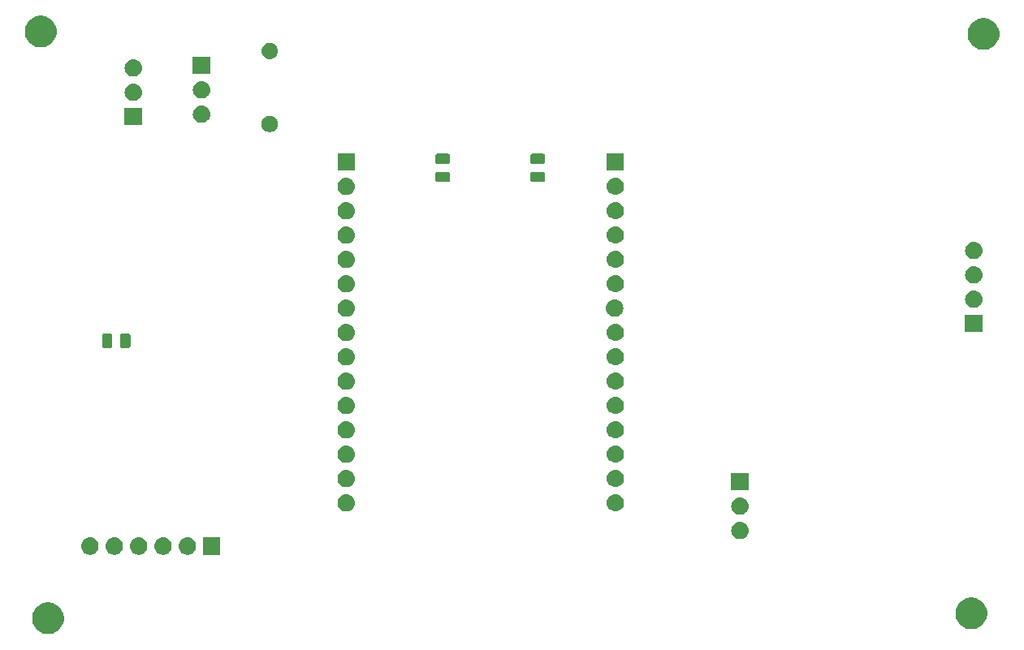
<source format=gbr>
G04 #@! TF.GenerationSoftware,KiCad,Pcbnew,(5.1.2)-2*
G04 #@! TF.CreationDate,2019-07-02T12:48:51+07:00*
G04 #@! TF.ProjectId,weather,77656174-6865-4722-9e6b-696361645f70,rev?*
G04 #@! TF.SameCoordinates,Original*
G04 #@! TF.FileFunction,Soldermask,Bot*
G04 #@! TF.FilePolarity,Negative*
%FSLAX46Y46*%
G04 Gerber Fmt 4.6, Leading zero omitted, Abs format (unit mm)*
G04 Created by KiCad (PCBNEW (5.1.2)-2) date 2019-07-02 12:48:51*
%MOMM*%
%LPD*%
G04 APERTURE LIST*
%ADD10C,0.100000*%
G04 APERTURE END LIST*
D10*
G36*
X69209256Y-119041298D02*
G01*
X69315579Y-119062447D01*
X69616042Y-119186903D01*
X69886451Y-119367585D01*
X70116415Y-119597549D01*
X70297097Y-119867958D01*
X70297098Y-119867960D01*
X70421553Y-120168422D01*
X70448643Y-120304609D01*
X70485000Y-120487391D01*
X70485000Y-120812609D01*
X70421553Y-121131579D01*
X70297097Y-121432042D01*
X70116415Y-121702451D01*
X69886451Y-121932415D01*
X69616042Y-122113097D01*
X69315579Y-122237553D01*
X69209256Y-122258702D01*
X68996611Y-122301000D01*
X68671389Y-122301000D01*
X68458744Y-122258702D01*
X68352421Y-122237553D01*
X68051958Y-122113097D01*
X67781549Y-121932415D01*
X67551585Y-121702451D01*
X67370903Y-121432042D01*
X67246447Y-121131579D01*
X67183000Y-120812609D01*
X67183000Y-120487391D01*
X67219358Y-120304609D01*
X67246447Y-120168422D01*
X67370902Y-119867960D01*
X67370903Y-119867958D01*
X67551585Y-119597549D01*
X67781549Y-119367585D01*
X68051958Y-119186903D01*
X68352421Y-119062447D01*
X68458744Y-119041298D01*
X68671389Y-118999000D01*
X68996611Y-118999000D01*
X69209256Y-119041298D01*
X69209256Y-119041298D01*
G37*
G36*
X165475256Y-118533298D02*
G01*
X165581579Y-118554447D01*
X165882042Y-118678903D01*
X166152451Y-118859585D01*
X166382415Y-119089549D01*
X166563097Y-119359958D01*
X166661511Y-119597549D01*
X166687553Y-119660422D01*
X166751000Y-119979389D01*
X166751000Y-120304611D01*
X166708702Y-120517256D01*
X166687553Y-120623579D01*
X166563097Y-120924042D01*
X166382415Y-121194451D01*
X166152451Y-121424415D01*
X165882042Y-121605097D01*
X165581579Y-121729553D01*
X165475256Y-121750702D01*
X165262611Y-121793000D01*
X164937389Y-121793000D01*
X164724744Y-121750702D01*
X164618421Y-121729553D01*
X164317958Y-121605097D01*
X164047549Y-121424415D01*
X163817585Y-121194451D01*
X163636903Y-120924042D01*
X163512447Y-120623579D01*
X163491298Y-120517256D01*
X163449000Y-120304611D01*
X163449000Y-119979389D01*
X163512447Y-119660422D01*
X163538490Y-119597549D01*
X163636903Y-119359958D01*
X163817585Y-119089549D01*
X164047549Y-118859585D01*
X164317958Y-118678903D01*
X164618421Y-118554447D01*
X164724744Y-118533298D01*
X164937389Y-118491000D01*
X165262611Y-118491000D01*
X165475256Y-118533298D01*
X165475256Y-118533298D01*
G37*
G36*
X80932442Y-112232566D02*
G01*
X80998627Y-112239085D01*
X81168466Y-112290605D01*
X81324991Y-112374270D01*
X81348987Y-112393963D01*
X81462186Y-112486862D01*
X81545448Y-112588319D01*
X81574778Y-112624057D01*
X81658443Y-112780582D01*
X81709963Y-112950421D01*
X81727359Y-113127048D01*
X81709963Y-113303675D01*
X81658443Y-113473514D01*
X81574778Y-113630039D01*
X81545448Y-113665777D01*
X81462186Y-113767234D01*
X81360729Y-113850496D01*
X81324991Y-113879826D01*
X81168466Y-113963491D01*
X80998627Y-114015011D01*
X80932442Y-114021530D01*
X80866260Y-114028048D01*
X80777740Y-114028048D01*
X80711558Y-114021530D01*
X80645373Y-114015011D01*
X80475534Y-113963491D01*
X80319009Y-113879826D01*
X80283271Y-113850496D01*
X80181814Y-113767234D01*
X80098552Y-113665777D01*
X80069222Y-113630039D01*
X79985557Y-113473514D01*
X79934037Y-113303675D01*
X79916641Y-113127048D01*
X79934037Y-112950421D01*
X79985557Y-112780582D01*
X80069222Y-112624057D01*
X80098552Y-112588319D01*
X80181814Y-112486862D01*
X80295013Y-112393963D01*
X80319009Y-112374270D01*
X80475534Y-112290605D01*
X80645373Y-112239085D01*
X80711558Y-112232566D01*
X80777740Y-112226048D01*
X80866260Y-112226048D01*
X80932442Y-112232566D01*
X80932442Y-112232566D01*
G37*
G36*
X83472442Y-112232566D02*
G01*
X83538627Y-112239085D01*
X83708466Y-112290605D01*
X83864991Y-112374270D01*
X83888987Y-112393963D01*
X84002186Y-112486862D01*
X84085448Y-112588319D01*
X84114778Y-112624057D01*
X84198443Y-112780582D01*
X84249963Y-112950421D01*
X84267359Y-113127048D01*
X84249963Y-113303675D01*
X84198443Y-113473514D01*
X84114778Y-113630039D01*
X84085448Y-113665777D01*
X84002186Y-113767234D01*
X83900729Y-113850496D01*
X83864991Y-113879826D01*
X83708466Y-113963491D01*
X83538627Y-114015011D01*
X83472442Y-114021530D01*
X83406260Y-114028048D01*
X83317740Y-114028048D01*
X83251558Y-114021530D01*
X83185373Y-114015011D01*
X83015534Y-113963491D01*
X82859009Y-113879826D01*
X82823271Y-113850496D01*
X82721814Y-113767234D01*
X82638552Y-113665777D01*
X82609222Y-113630039D01*
X82525557Y-113473514D01*
X82474037Y-113303675D01*
X82456641Y-113127048D01*
X82474037Y-112950421D01*
X82525557Y-112780582D01*
X82609222Y-112624057D01*
X82638552Y-112588319D01*
X82721814Y-112486862D01*
X82835013Y-112393963D01*
X82859009Y-112374270D01*
X83015534Y-112290605D01*
X83185373Y-112239085D01*
X83251558Y-112232566D01*
X83317740Y-112226048D01*
X83406260Y-112226048D01*
X83472442Y-112232566D01*
X83472442Y-112232566D01*
G37*
G36*
X73312442Y-112232566D02*
G01*
X73378627Y-112239085D01*
X73548466Y-112290605D01*
X73704991Y-112374270D01*
X73728987Y-112393963D01*
X73842186Y-112486862D01*
X73925448Y-112588319D01*
X73954778Y-112624057D01*
X74038443Y-112780582D01*
X74089963Y-112950421D01*
X74107359Y-113127048D01*
X74089963Y-113303675D01*
X74038443Y-113473514D01*
X73954778Y-113630039D01*
X73925448Y-113665777D01*
X73842186Y-113767234D01*
X73740729Y-113850496D01*
X73704991Y-113879826D01*
X73548466Y-113963491D01*
X73378627Y-114015011D01*
X73312442Y-114021530D01*
X73246260Y-114028048D01*
X73157740Y-114028048D01*
X73091558Y-114021530D01*
X73025373Y-114015011D01*
X72855534Y-113963491D01*
X72699009Y-113879826D01*
X72663271Y-113850496D01*
X72561814Y-113767234D01*
X72478552Y-113665777D01*
X72449222Y-113630039D01*
X72365557Y-113473514D01*
X72314037Y-113303675D01*
X72296641Y-113127048D01*
X72314037Y-112950421D01*
X72365557Y-112780582D01*
X72449222Y-112624057D01*
X72478552Y-112588319D01*
X72561814Y-112486862D01*
X72675013Y-112393963D01*
X72699009Y-112374270D01*
X72855534Y-112290605D01*
X73025373Y-112239085D01*
X73091558Y-112232566D01*
X73157740Y-112226048D01*
X73246260Y-112226048D01*
X73312442Y-112232566D01*
X73312442Y-112232566D01*
G37*
G36*
X75852442Y-112232566D02*
G01*
X75918627Y-112239085D01*
X76088466Y-112290605D01*
X76244991Y-112374270D01*
X76268987Y-112393963D01*
X76382186Y-112486862D01*
X76465448Y-112588319D01*
X76494778Y-112624057D01*
X76578443Y-112780582D01*
X76629963Y-112950421D01*
X76647359Y-113127048D01*
X76629963Y-113303675D01*
X76578443Y-113473514D01*
X76494778Y-113630039D01*
X76465448Y-113665777D01*
X76382186Y-113767234D01*
X76280729Y-113850496D01*
X76244991Y-113879826D01*
X76088466Y-113963491D01*
X75918627Y-114015011D01*
X75852442Y-114021530D01*
X75786260Y-114028048D01*
X75697740Y-114028048D01*
X75631558Y-114021530D01*
X75565373Y-114015011D01*
X75395534Y-113963491D01*
X75239009Y-113879826D01*
X75203271Y-113850496D01*
X75101814Y-113767234D01*
X75018552Y-113665777D01*
X74989222Y-113630039D01*
X74905557Y-113473514D01*
X74854037Y-113303675D01*
X74836641Y-113127048D01*
X74854037Y-112950421D01*
X74905557Y-112780582D01*
X74989222Y-112624057D01*
X75018552Y-112588319D01*
X75101814Y-112486862D01*
X75215013Y-112393963D01*
X75239009Y-112374270D01*
X75395534Y-112290605D01*
X75565373Y-112239085D01*
X75631558Y-112232566D01*
X75697740Y-112226048D01*
X75786260Y-112226048D01*
X75852442Y-112232566D01*
X75852442Y-112232566D01*
G37*
G36*
X78392442Y-112232566D02*
G01*
X78458627Y-112239085D01*
X78628466Y-112290605D01*
X78784991Y-112374270D01*
X78808987Y-112393963D01*
X78922186Y-112486862D01*
X79005448Y-112588319D01*
X79034778Y-112624057D01*
X79118443Y-112780582D01*
X79169963Y-112950421D01*
X79187359Y-113127048D01*
X79169963Y-113303675D01*
X79118443Y-113473514D01*
X79034778Y-113630039D01*
X79005448Y-113665777D01*
X78922186Y-113767234D01*
X78820729Y-113850496D01*
X78784991Y-113879826D01*
X78628466Y-113963491D01*
X78458627Y-114015011D01*
X78392442Y-114021530D01*
X78326260Y-114028048D01*
X78237740Y-114028048D01*
X78171558Y-114021530D01*
X78105373Y-114015011D01*
X77935534Y-113963491D01*
X77779009Y-113879826D01*
X77743271Y-113850496D01*
X77641814Y-113767234D01*
X77558552Y-113665777D01*
X77529222Y-113630039D01*
X77445557Y-113473514D01*
X77394037Y-113303675D01*
X77376641Y-113127048D01*
X77394037Y-112950421D01*
X77445557Y-112780582D01*
X77529222Y-112624057D01*
X77558552Y-112588319D01*
X77641814Y-112486862D01*
X77755013Y-112393963D01*
X77779009Y-112374270D01*
X77935534Y-112290605D01*
X78105373Y-112239085D01*
X78171558Y-112232566D01*
X78237740Y-112226048D01*
X78326260Y-112226048D01*
X78392442Y-112232566D01*
X78392442Y-112232566D01*
G37*
G36*
X86803000Y-114028048D02*
G01*
X85001000Y-114028048D01*
X85001000Y-112226048D01*
X86803000Y-112226048D01*
X86803000Y-114028048D01*
X86803000Y-114028048D01*
G37*
G36*
X141080443Y-110611519D02*
G01*
X141146627Y-110618037D01*
X141316466Y-110669557D01*
X141472991Y-110753222D01*
X141508729Y-110782552D01*
X141610186Y-110865814D01*
X141693448Y-110967271D01*
X141722778Y-111003009D01*
X141806443Y-111159534D01*
X141857963Y-111329373D01*
X141875359Y-111506000D01*
X141857963Y-111682627D01*
X141806443Y-111852466D01*
X141722778Y-112008991D01*
X141693448Y-112044729D01*
X141610186Y-112146186D01*
X141512872Y-112226048D01*
X141472991Y-112258778D01*
X141316466Y-112342443D01*
X141146627Y-112393963D01*
X141080443Y-112400481D01*
X141014260Y-112407000D01*
X140925740Y-112407000D01*
X140859557Y-112400481D01*
X140793373Y-112393963D01*
X140623534Y-112342443D01*
X140467009Y-112258778D01*
X140427128Y-112226048D01*
X140329814Y-112146186D01*
X140246552Y-112044729D01*
X140217222Y-112008991D01*
X140133557Y-111852466D01*
X140082037Y-111682627D01*
X140064641Y-111506000D01*
X140082037Y-111329373D01*
X140133557Y-111159534D01*
X140217222Y-111003009D01*
X140246552Y-110967271D01*
X140329814Y-110865814D01*
X140431271Y-110782552D01*
X140467009Y-110753222D01*
X140623534Y-110669557D01*
X140793373Y-110618037D01*
X140859557Y-110611519D01*
X140925740Y-110605000D01*
X141014260Y-110605000D01*
X141080443Y-110611519D01*
X141080443Y-110611519D01*
G37*
G36*
X141080443Y-108071519D02*
G01*
X141146627Y-108078037D01*
X141316466Y-108129557D01*
X141472991Y-108213222D01*
X141508729Y-108242552D01*
X141610186Y-108325814D01*
X141689431Y-108422376D01*
X141722778Y-108463009D01*
X141806443Y-108619534D01*
X141857963Y-108789373D01*
X141875359Y-108966000D01*
X141857963Y-109142627D01*
X141806443Y-109312466D01*
X141722778Y-109468991D01*
X141693448Y-109504729D01*
X141610186Y-109606186D01*
X141508729Y-109689448D01*
X141472991Y-109718778D01*
X141316466Y-109802443D01*
X141146627Y-109853963D01*
X141080443Y-109860481D01*
X141014260Y-109867000D01*
X140925740Y-109867000D01*
X140859557Y-109860481D01*
X140793373Y-109853963D01*
X140623534Y-109802443D01*
X140467009Y-109718778D01*
X140431271Y-109689448D01*
X140329814Y-109606186D01*
X140246552Y-109504729D01*
X140217222Y-109468991D01*
X140133557Y-109312466D01*
X140082037Y-109142627D01*
X140064641Y-108966000D01*
X140082037Y-108789373D01*
X140133557Y-108619534D01*
X140217222Y-108463009D01*
X140250569Y-108422376D01*
X140329814Y-108325814D01*
X140431271Y-108242552D01*
X140467009Y-108213222D01*
X140623534Y-108129557D01*
X140793373Y-108078037D01*
X140859557Y-108071519D01*
X140925740Y-108065000D01*
X141014260Y-108065000D01*
X141080443Y-108071519D01*
X141080443Y-108071519D01*
G37*
G36*
X100029444Y-107724520D02*
G01*
X100095628Y-107731038D01*
X100265467Y-107782558D01*
X100421992Y-107866223D01*
X100457730Y-107895553D01*
X100559187Y-107978815D01*
X100629916Y-108065000D01*
X100671779Y-108116010D01*
X100755444Y-108272535D01*
X100806964Y-108442374D01*
X100824360Y-108619001D01*
X100806964Y-108795628D01*
X100755444Y-108965467D01*
X100671779Y-109121992D01*
X100654846Y-109142625D01*
X100559187Y-109259187D01*
X100457730Y-109342449D01*
X100421992Y-109371779D01*
X100265467Y-109455444D01*
X100095628Y-109506964D01*
X100029444Y-109513482D01*
X99963261Y-109520001D01*
X99874741Y-109520001D01*
X99808558Y-109513482D01*
X99742374Y-109506964D01*
X99572535Y-109455444D01*
X99416010Y-109371779D01*
X99380272Y-109342449D01*
X99278815Y-109259187D01*
X99183156Y-109142625D01*
X99166223Y-109121992D01*
X99082558Y-108965467D01*
X99031038Y-108795628D01*
X99013642Y-108619001D01*
X99031038Y-108442374D01*
X99082558Y-108272535D01*
X99166223Y-108116010D01*
X99208086Y-108065000D01*
X99278815Y-107978815D01*
X99380272Y-107895553D01*
X99416010Y-107866223D01*
X99572535Y-107782558D01*
X99742374Y-107731038D01*
X99808558Y-107724520D01*
X99874741Y-107718001D01*
X99963261Y-107718001D01*
X100029444Y-107724520D01*
X100029444Y-107724520D01*
G37*
G36*
X128089444Y-107704520D02*
G01*
X128155628Y-107711038D01*
X128325467Y-107762558D01*
X128481992Y-107846223D01*
X128506362Y-107866223D01*
X128619187Y-107958815D01*
X128702449Y-108060272D01*
X128731779Y-108096010D01*
X128815444Y-108252535D01*
X128866964Y-108422374D01*
X128884360Y-108599001D01*
X128866964Y-108775628D01*
X128815444Y-108945467D01*
X128731779Y-109101992D01*
X128715367Y-109121990D01*
X128619187Y-109239187D01*
X128517730Y-109322449D01*
X128481992Y-109351779D01*
X128325467Y-109435444D01*
X128155628Y-109486964D01*
X128089444Y-109493482D01*
X128023261Y-109500001D01*
X127934741Y-109500001D01*
X127868558Y-109493482D01*
X127802374Y-109486964D01*
X127632535Y-109435444D01*
X127476010Y-109351779D01*
X127440272Y-109322449D01*
X127338815Y-109239187D01*
X127242635Y-109121990D01*
X127226223Y-109101992D01*
X127142558Y-108945467D01*
X127091038Y-108775628D01*
X127073642Y-108599001D01*
X127091038Y-108422374D01*
X127142558Y-108252535D01*
X127226223Y-108096010D01*
X127255553Y-108060272D01*
X127338815Y-107958815D01*
X127451640Y-107866223D01*
X127476010Y-107846223D01*
X127632535Y-107762558D01*
X127802374Y-107711038D01*
X127868558Y-107704520D01*
X127934741Y-107698001D01*
X128023261Y-107698001D01*
X128089444Y-107704520D01*
X128089444Y-107704520D01*
G37*
G36*
X141871000Y-107327000D02*
G01*
X140069000Y-107327000D01*
X140069000Y-105525000D01*
X141871000Y-105525000D01*
X141871000Y-107327000D01*
X141871000Y-107327000D01*
G37*
G36*
X100029444Y-105184520D02*
G01*
X100095628Y-105191038D01*
X100265467Y-105242558D01*
X100421992Y-105326223D01*
X100457730Y-105355553D01*
X100559187Y-105438815D01*
X100629916Y-105525000D01*
X100671779Y-105576010D01*
X100755444Y-105732535D01*
X100806964Y-105902374D01*
X100824360Y-106079001D01*
X100806964Y-106255628D01*
X100755444Y-106425467D01*
X100671779Y-106581992D01*
X100642449Y-106617730D01*
X100559187Y-106719187D01*
X100457730Y-106802449D01*
X100421992Y-106831779D01*
X100265467Y-106915444D01*
X100095628Y-106966964D01*
X100029443Y-106973483D01*
X99963261Y-106980001D01*
X99874741Y-106980001D01*
X99808559Y-106973483D01*
X99742374Y-106966964D01*
X99572535Y-106915444D01*
X99416010Y-106831779D01*
X99380272Y-106802449D01*
X99278815Y-106719187D01*
X99195553Y-106617730D01*
X99166223Y-106581992D01*
X99082558Y-106425467D01*
X99031038Y-106255628D01*
X99013642Y-106079001D01*
X99031038Y-105902374D01*
X99082558Y-105732535D01*
X99166223Y-105576010D01*
X99208086Y-105525000D01*
X99278815Y-105438815D01*
X99380272Y-105355553D01*
X99416010Y-105326223D01*
X99572535Y-105242558D01*
X99742374Y-105191038D01*
X99808559Y-105184519D01*
X99874741Y-105178001D01*
X99963261Y-105178001D01*
X100029444Y-105184520D01*
X100029444Y-105184520D01*
G37*
G36*
X128089443Y-105164519D02*
G01*
X128155628Y-105171038D01*
X128325467Y-105222558D01*
X128481992Y-105306223D01*
X128506362Y-105326223D01*
X128619187Y-105418815D01*
X128702449Y-105520272D01*
X128731779Y-105556010D01*
X128815444Y-105712535D01*
X128866964Y-105882374D01*
X128884360Y-106059001D01*
X128866964Y-106235628D01*
X128815444Y-106405467D01*
X128731779Y-106561992D01*
X128715367Y-106581990D01*
X128619187Y-106699187D01*
X128517730Y-106782449D01*
X128481992Y-106811779D01*
X128325467Y-106895444D01*
X128155628Y-106946964D01*
X128089444Y-106953482D01*
X128023261Y-106960001D01*
X127934741Y-106960001D01*
X127868558Y-106953482D01*
X127802374Y-106946964D01*
X127632535Y-106895444D01*
X127476010Y-106811779D01*
X127440272Y-106782449D01*
X127338815Y-106699187D01*
X127242635Y-106581990D01*
X127226223Y-106561992D01*
X127142558Y-106405467D01*
X127091038Y-106235628D01*
X127073642Y-106059001D01*
X127091038Y-105882374D01*
X127142558Y-105712535D01*
X127226223Y-105556010D01*
X127255553Y-105520272D01*
X127338815Y-105418815D01*
X127451640Y-105326223D01*
X127476010Y-105306223D01*
X127632535Y-105222558D01*
X127802374Y-105171038D01*
X127868559Y-105164519D01*
X127934741Y-105158001D01*
X128023261Y-105158001D01*
X128089443Y-105164519D01*
X128089443Y-105164519D01*
G37*
G36*
X100029443Y-102644519D02*
G01*
X100095628Y-102651038D01*
X100265467Y-102702558D01*
X100421992Y-102786223D01*
X100457730Y-102815553D01*
X100559187Y-102898815D01*
X100642449Y-103000272D01*
X100671779Y-103036010D01*
X100755444Y-103192535D01*
X100806964Y-103362374D01*
X100824360Y-103539001D01*
X100806964Y-103715628D01*
X100755444Y-103885467D01*
X100671779Y-104041992D01*
X100642449Y-104077730D01*
X100559187Y-104179187D01*
X100457730Y-104262449D01*
X100421992Y-104291779D01*
X100265467Y-104375444D01*
X100095628Y-104426964D01*
X100029443Y-104433483D01*
X99963261Y-104440001D01*
X99874741Y-104440001D01*
X99808559Y-104433483D01*
X99742374Y-104426964D01*
X99572535Y-104375444D01*
X99416010Y-104291779D01*
X99380272Y-104262449D01*
X99278815Y-104179187D01*
X99195553Y-104077730D01*
X99166223Y-104041992D01*
X99082558Y-103885467D01*
X99031038Y-103715628D01*
X99013642Y-103539001D01*
X99031038Y-103362374D01*
X99082558Y-103192535D01*
X99166223Y-103036010D01*
X99195553Y-103000272D01*
X99278815Y-102898815D01*
X99380272Y-102815553D01*
X99416010Y-102786223D01*
X99572535Y-102702558D01*
X99742374Y-102651038D01*
X99808559Y-102644519D01*
X99874741Y-102638001D01*
X99963261Y-102638001D01*
X100029443Y-102644519D01*
X100029443Y-102644519D01*
G37*
G36*
X128089444Y-102624520D02*
G01*
X128155628Y-102631038D01*
X128325467Y-102682558D01*
X128481992Y-102766223D01*
X128506362Y-102786223D01*
X128619187Y-102878815D01*
X128702449Y-102980272D01*
X128731779Y-103016010D01*
X128815444Y-103172535D01*
X128866964Y-103342374D01*
X128884360Y-103519001D01*
X128866964Y-103695628D01*
X128815444Y-103865467D01*
X128731779Y-104021992D01*
X128715367Y-104041990D01*
X128619187Y-104159187D01*
X128517730Y-104242449D01*
X128481992Y-104271779D01*
X128325467Y-104355444D01*
X128155628Y-104406964D01*
X128089443Y-104413483D01*
X128023261Y-104420001D01*
X127934741Y-104420001D01*
X127868558Y-104413482D01*
X127802374Y-104406964D01*
X127632535Y-104355444D01*
X127476010Y-104271779D01*
X127440272Y-104242449D01*
X127338815Y-104159187D01*
X127242635Y-104041990D01*
X127226223Y-104021992D01*
X127142558Y-103865467D01*
X127091038Y-103695628D01*
X127073642Y-103519001D01*
X127091038Y-103342374D01*
X127142558Y-103172535D01*
X127226223Y-103016010D01*
X127255553Y-102980272D01*
X127338815Y-102878815D01*
X127451640Y-102786223D01*
X127476010Y-102766223D01*
X127632535Y-102682558D01*
X127802374Y-102631038D01*
X127868558Y-102624520D01*
X127934741Y-102618001D01*
X128023261Y-102618001D01*
X128089444Y-102624520D01*
X128089444Y-102624520D01*
G37*
G36*
X100029444Y-100104520D02*
G01*
X100095628Y-100111038D01*
X100265467Y-100162558D01*
X100421992Y-100246223D01*
X100457730Y-100275553D01*
X100559187Y-100358815D01*
X100642449Y-100460272D01*
X100671779Y-100496010D01*
X100755444Y-100652535D01*
X100806964Y-100822374D01*
X100824360Y-100999001D01*
X100806964Y-101175628D01*
X100755444Y-101345467D01*
X100671779Y-101501992D01*
X100642449Y-101537730D01*
X100559187Y-101639187D01*
X100457730Y-101722449D01*
X100421992Y-101751779D01*
X100265467Y-101835444D01*
X100095628Y-101886964D01*
X100029444Y-101893482D01*
X99963261Y-101900001D01*
X99874741Y-101900001D01*
X99808558Y-101893482D01*
X99742374Y-101886964D01*
X99572535Y-101835444D01*
X99416010Y-101751779D01*
X99380272Y-101722449D01*
X99278815Y-101639187D01*
X99195553Y-101537730D01*
X99166223Y-101501992D01*
X99082558Y-101345467D01*
X99031038Y-101175628D01*
X99013642Y-100999001D01*
X99031038Y-100822374D01*
X99082558Y-100652535D01*
X99166223Y-100496010D01*
X99195553Y-100460272D01*
X99278815Y-100358815D01*
X99380272Y-100275553D01*
X99416010Y-100246223D01*
X99572535Y-100162558D01*
X99742374Y-100111038D01*
X99808558Y-100104520D01*
X99874741Y-100098001D01*
X99963261Y-100098001D01*
X100029444Y-100104520D01*
X100029444Y-100104520D01*
G37*
G36*
X128089443Y-100084519D02*
G01*
X128155628Y-100091038D01*
X128325467Y-100142558D01*
X128481992Y-100226223D01*
X128506362Y-100246223D01*
X128619187Y-100338815D01*
X128702449Y-100440272D01*
X128731779Y-100476010D01*
X128815444Y-100632535D01*
X128866964Y-100802374D01*
X128884360Y-100979001D01*
X128866964Y-101155628D01*
X128815444Y-101325467D01*
X128731779Y-101481992D01*
X128715367Y-101501990D01*
X128619187Y-101619187D01*
X128517730Y-101702449D01*
X128481992Y-101731779D01*
X128325467Y-101815444D01*
X128155628Y-101866964D01*
X128089443Y-101873483D01*
X128023261Y-101880001D01*
X127934741Y-101880001D01*
X127868559Y-101873483D01*
X127802374Y-101866964D01*
X127632535Y-101815444D01*
X127476010Y-101731779D01*
X127440272Y-101702449D01*
X127338815Y-101619187D01*
X127242635Y-101501990D01*
X127226223Y-101481992D01*
X127142558Y-101325467D01*
X127091038Y-101155628D01*
X127073642Y-100979001D01*
X127091038Y-100802374D01*
X127142558Y-100632535D01*
X127226223Y-100476010D01*
X127255553Y-100440272D01*
X127338815Y-100338815D01*
X127451640Y-100246223D01*
X127476010Y-100226223D01*
X127632535Y-100142558D01*
X127802374Y-100091038D01*
X127868558Y-100084520D01*
X127934741Y-100078001D01*
X128023261Y-100078001D01*
X128089443Y-100084519D01*
X128089443Y-100084519D01*
G37*
G36*
X100029443Y-97564519D02*
G01*
X100095628Y-97571038D01*
X100265467Y-97622558D01*
X100421992Y-97706223D01*
X100457730Y-97735553D01*
X100559187Y-97818815D01*
X100642449Y-97920272D01*
X100671779Y-97956010D01*
X100755444Y-98112535D01*
X100806964Y-98282374D01*
X100824360Y-98459001D01*
X100806964Y-98635628D01*
X100755444Y-98805467D01*
X100671779Y-98961992D01*
X100642449Y-98997730D01*
X100559187Y-99099187D01*
X100457730Y-99182449D01*
X100421992Y-99211779D01*
X100265467Y-99295444D01*
X100095628Y-99346964D01*
X100029443Y-99353483D01*
X99963261Y-99360001D01*
X99874741Y-99360001D01*
X99808558Y-99353482D01*
X99742374Y-99346964D01*
X99572535Y-99295444D01*
X99416010Y-99211779D01*
X99380272Y-99182449D01*
X99278815Y-99099187D01*
X99195553Y-98997730D01*
X99166223Y-98961992D01*
X99082558Y-98805467D01*
X99031038Y-98635628D01*
X99013642Y-98459001D01*
X99031038Y-98282374D01*
X99082558Y-98112535D01*
X99166223Y-97956010D01*
X99195553Y-97920272D01*
X99278815Y-97818815D01*
X99380272Y-97735553D01*
X99416010Y-97706223D01*
X99572535Y-97622558D01*
X99742374Y-97571038D01*
X99808559Y-97564519D01*
X99874741Y-97558001D01*
X99963261Y-97558001D01*
X100029443Y-97564519D01*
X100029443Y-97564519D01*
G37*
G36*
X128089444Y-97544520D02*
G01*
X128155628Y-97551038D01*
X128325467Y-97602558D01*
X128481992Y-97686223D01*
X128506362Y-97706223D01*
X128619187Y-97798815D01*
X128702449Y-97900272D01*
X128731779Y-97936010D01*
X128815444Y-98092535D01*
X128866964Y-98262374D01*
X128884360Y-98439001D01*
X128866964Y-98615628D01*
X128815444Y-98785467D01*
X128731779Y-98941992D01*
X128715367Y-98961990D01*
X128619187Y-99079187D01*
X128517730Y-99162449D01*
X128481992Y-99191779D01*
X128325467Y-99275444D01*
X128155628Y-99326964D01*
X128089444Y-99333482D01*
X128023261Y-99340001D01*
X127934741Y-99340001D01*
X127868558Y-99333482D01*
X127802374Y-99326964D01*
X127632535Y-99275444D01*
X127476010Y-99191779D01*
X127440272Y-99162449D01*
X127338815Y-99079187D01*
X127242635Y-98961990D01*
X127226223Y-98941992D01*
X127142558Y-98785467D01*
X127091038Y-98615628D01*
X127073642Y-98439001D01*
X127091038Y-98262374D01*
X127142558Y-98092535D01*
X127226223Y-97936010D01*
X127255553Y-97900272D01*
X127338815Y-97798815D01*
X127451640Y-97706223D01*
X127476010Y-97686223D01*
X127632535Y-97602558D01*
X127802374Y-97551038D01*
X127868558Y-97544520D01*
X127934741Y-97538001D01*
X128023261Y-97538001D01*
X128089444Y-97544520D01*
X128089444Y-97544520D01*
G37*
G36*
X100029444Y-95024520D02*
G01*
X100095628Y-95031038D01*
X100265467Y-95082558D01*
X100421992Y-95166223D01*
X100457730Y-95195553D01*
X100559187Y-95278815D01*
X100642449Y-95380272D01*
X100671779Y-95416010D01*
X100755444Y-95572535D01*
X100806964Y-95742374D01*
X100824360Y-95919001D01*
X100806964Y-96095628D01*
X100755444Y-96265467D01*
X100671779Y-96421992D01*
X100642449Y-96457730D01*
X100559187Y-96559187D01*
X100457730Y-96642449D01*
X100421992Y-96671779D01*
X100265467Y-96755444D01*
X100095628Y-96806964D01*
X100029443Y-96813483D01*
X99963261Y-96820001D01*
X99874741Y-96820001D01*
X99808559Y-96813483D01*
X99742374Y-96806964D01*
X99572535Y-96755444D01*
X99416010Y-96671779D01*
X99380272Y-96642449D01*
X99278815Y-96559187D01*
X99195553Y-96457730D01*
X99166223Y-96421992D01*
X99082558Y-96265467D01*
X99031038Y-96095628D01*
X99013642Y-95919001D01*
X99031038Y-95742374D01*
X99082558Y-95572535D01*
X99166223Y-95416010D01*
X99195553Y-95380272D01*
X99278815Y-95278815D01*
X99380272Y-95195553D01*
X99416010Y-95166223D01*
X99572535Y-95082558D01*
X99742374Y-95031038D01*
X99808558Y-95024520D01*
X99874741Y-95018001D01*
X99963261Y-95018001D01*
X100029444Y-95024520D01*
X100029444Y-95024520D01*
G37*
G36*
X128089443Y-95004519D02*
G01*
X128155628Y-95011038D01*
X128325467Y-95062558D01*
X128481992Y-95146223D01*
X128506362Y-95166223D01*
X128619187Y-95258815D01*
X128702449Y-95360272D01*
X128731779Y-95396010D01*
X128815444Y-95552535D01*
X128866964Y-95722374D01*
X128884360Y-95899001D01*
X128866964Y-96075628D01*
X128815444Y-96245467D01*
X128731779Y-96401992D01*
X128715367Y-96421990D01*
X128619187Y-96539187D01*
X128517730Y-96622449D01*
X128481992Y-96651779D01*
X128325467Y-96735444D01*
X128155628Y-96786964D01*
X128089444Y-96793482D01*
X128023261Y-96800001D01*
X127934741Y-96800001D01*
X127868558Y-96793482D01*
X127802374Y-96786964D01*
X127632535Y-96735444D01*
X127476010Y-96651779D01*
X127440272Y-96622449D01*
X127338815Y-96539187D01*
X127242635Y-96421990D01*
X127226223Y-96401992D01*
X127142558Y-96245467D01*
X127091038Y-96075628D01*
X127073642Y-95899001D01*
X127091038Y-95722374D01*
X127142558Y-95552535D01*
X127226223Y-95396010D01*
X127255553Y-95360272D01*
X127338815Y-95258815D01*
X127451640Y-95166223D01*
X127476010Y-95146223D01*
X127632535Y-95062558D01*
X127802374Y-95011038D01*
X127868559Y-95004519D01*
X127934741Y-94998001D01*
X128023261Y-94998001D01*
X128089443Y-95004519D01*
X128089443Y-95004519D01*
G37*
G36*
X100029444Y-92484520D02*
G01*
X100095628Y-92491038D01*
X100265467Y-92542558D01*
X100421992Y-92626223D01*
X100457730Y-92655553D01*
X100559187Y-92738815D01*
X100642449Y-92840272D01*
X100671779Y-92876010D01*
X100755444Y-93032535D01*
X100806964Y-93202374D01*
X100824360Y-93379001D01*
X100806964Y-93555628D01*
X100755444Y-93725467D01*
X100671779Y-93881992D01*
X100642449Y-93917730D01*
X100559187Y-94019187D01*
X100457730Y-94102449D01*
X100421992Y-94131779D01*
X100265467Y-94215444D01*
X100095628Y-94266964D01*
X100029443Y-94273483D01*
X99963261Y-94280001D01*
X99874741Y-94280001D01*
X99808559Y-94273483D01*
X99742374Y-94266964D01*
X99572535Y-94215444D01*
X99416010Y-94131779D01*
X99380272Y-94102449D01*
X99278815Y-94019187D01*
X99195553Y-93917730D01*
X99166223Y-93881992D01*
X99082558Y-93725467D01*
X99031038Y-93555628D01*
X99013642Y-93379001D01*
X99031038Y-93202374D01*
X99082558Y-93032535D01*
X99166223Y-92876010D01*
X99195553Y-92840272D01*
X99278815Y-92738815D01*
X99380272Y-92655553D01*
X99416010Y-92626223D01*
X99572535Y-92542558D01*
X99742374Y-92491038D01*
X99808558Y-92484520D01*
X99874741Y-92478001D01*
X99963261Y-92478001D01*
X100029444Y-92484520D01*
X100029444Y-92484520D01*
G37*
G36*
X128089444Y-92464520D02*
G01*
X128155628Y-92471038D01*
X128325467Y-92522558D01*
X128481992Y-92606223D01*
X128506362Y-92626223D01*
X128619187Y-92718815D01*
X128702449Y-92820272D01*
X128731779Y-92856010D01*
X128815444Y-93012535D01*
X128866964Y-93182374D01*
X128884360Y-93359001D01*
X128866964Y-93535628D01*
X128815444Y-93705467D01*
X128731779Y-93861992D01*
X128715367Y-93881990D01*
X128619187Y-93999187D01*
X128517730Y-94082449D01*
X128481992Y-94111779D01*
X128325467Y-94195444D01*
X128155628Y-94246964D01*
X128089443Y-94253483D01*
X128023261Y-94260001D01*
X127934741Y-94260001D01*
X127868559Y-94253483D01*
X127802374Y-94246964D01*
X127632535Y-94195444D01*
X127476010Y-94111779D01*
X127440272Y-94082449D01*
X127338815Y-93999187D01*
X127242635Y-93881990D01*
X127226223Y-93861992D01*
X127142558Y-93705467D01*
X127091038Y-93535628D01*
X127073642Y-93359001D01*
X127091038Y-93182374D01*
X127142558Y-93012535D01*
X127226223Y-92856010D01*
X127255553Y-92820272D01*
X127338815Y-92718815D01*
X127451640Y-92626223D01*
X127476010Y-92606223D01*
X127632535Y-92522558D01*
X127802374Y-92471038D01*
X127868558Y-92464520D01*
X127934741Y-92458001D01*
X128023261Y-92458001D01*
X128089444Y-92464520D01*
X128089444Y-92464520D01*
G37*
G36*
X75380468Y-90947565D02*
G01*
X75419138Y-90959296D01*
X75454777Y-90978346D01*
X75486017Y-91003983D01*
X75511654Y-91035223D01*
X75530704Y-91070862D01*
X75542435Y-91109532D01*
X75547000Y-91155888D01*
X75547000Y-92232112D01*
X75542435Y-92278468D01*
X75530704Y-92317138D01*
X75511654Y-92352777D01*
X75486017Y-92384017D01*
X75454777Y-92409654D01*
X75419138Y-92428704D01*
X75380468Y-92440435D01*
X75334112Y-92445000D01*
X74682888Y-92445000D01*
X74636532Y-92440435D01*
X74597862Y-92428704D01*
X74562223Y-92409654D01*
X74530983Y-92384017D01*
X74505346Y-92352777D01*
X74486296Y-92317138D01*
X74474565Y-92278468D01*
X74470000Y-92232112D01*
X74470000Y-91155888D01*
X74474565Y-91109532D01*
X74486296Y-91070862D01*
X74505346Y-91035223D01*
X74530983Y-91003983D01*
X74562223Y-90978346D01*
X74597862Y-90959296D01*
X74636532Y-90947565D01*
X74682888Y-90943000D01*
X75334112Y-90943000D01*
X75380468Y-90947565D01*
X75380468Y-90947565D01*
G37*
G36*
X77255468Y-90947565D02*
G01*
X77294138Y-90959296D01*
X77329777Y-90978346D01*
X77361017Y-91003983D01*
X77386654Y-91035223D01*
X77405704Y-91070862D01*
X77417435Y-91109532D01*
X77422000Y-91155888D01*
X77422000Y-92232112D01*
X77417435Y-92278468D01*
X77405704Y-92317138D01*
X77386654Y-92352777D01*
X77361017Y-92384017D01*
X77329777Y-92409654D01*
X77294138Y-92428704D01*
X77255468Y-92440435D01*
X77209112Y-92445000D01*
X76557888Y-92445000D01*
X76511532Y-92440435D01*
X76472862Y-92428704D01*
X76437223Y-92409654D01*
X76405983Y-92384017D01*
X76380346Y-92352777D01*
X76361296Y-92317138D01*
X76349565Y-92278468D01*
X76345000Y-92232112D01*
X76345000Y-91155888D01*
X76349565Y-91109532D01*
X76361296Y-91070862D01*
X76380346Y-91035223D01*
X76405983Y-91003983D01*
X76437223Y-90978346D01*
X76472862Y-90959296D01*
X76511532Y-90947565D01*
X76557888Y-90943000D01*
X77209112Y-90943000D01*
X77255468Y-90947565D01*
X77255468Y-90947565D01*
G37*
G36*
X100029443Y-89944519D02*
G01*
X100095628Y-89951038D01*
X100265467Y-90002558D01*
X100421992Y-90086223D01*
X100457730Y-90115553D01*
X100559187Y-90198815D01*
X100642449Y-90300272D01*
X100671779Y-90336010D01*
X100755444Y-90492535D01*
X100806964Y-90662374D01*
X100824360Y-90839001D01*
X100806964Y-91015628D01*
X100755444Y-91185467D01*
X100671779Y-91341992D01*
X100642449Y-91377730D01*
X100559187Y-91479187D01*
X100457730Y-91562449D01*
X100421992Y-91591779D01*
X100265467Y-91675444D01*
X100095628Y-91726964D01*
X100029443Y-91733483D01*
X99963261Y-91740001D01*
X99874741Y-91740001D01*
X99808559Y-91733483D01*
X99742374Y-91726964D01*
X99572535Y-91675444D01*
X99416010Y-91591779D01*
X99380272Y-91562449D01*
X99278815Y-91479187D01*
X99195553Y-91377730D01*
X99166223Y-91341992D01*
X99082558Y-91185467D01*
X99031038Y-91015628D01*
X99013642Y-90839001D01*
X99031038Y-90662374D01*
X99082558Y-90492535D01*
X99166223Y-90336010D01*
X99195553Y-90300272D01*
X99278815Y-90198815D01*
X99380272Y-90115553D01*
X99416010Y-90086223D01*
X99572535Y-90002558D01*
X99742374Y-89951038D01*
X99808559Y-89944519D01*
X99874741Y-89938001D01*
X99963261Y-89938001D01*
X100029443Y-89944519D01*
X100029443Y-89944519D01*
G37*
G36*
X128089443Y-89924519D02*
G01*
X128155628Y-89931038D01*
X128325467Y-89982558D01*
X128481992Y-90066223D01*
X128506362Y-90086223D01*
X128619187Y-90178815D01*
X128702449Y-90280272D01*
X128731779Y-90316010D01*
X128815444Y-90472535D01*
X128866964Y-90642374D01*
X128884360Y-90819001D01*
X128866964Y-90995628D01*
X128815444Y-91165467D01*
X128731779Y-91321992D01*
X128715367Y-91341990D01*
X128619187Y-91459187D01*
X128517730Y-91542449D01*
X128481992Y-91571779D01*
X128325467Y-91655444D01*
X128155628Y-91706964D01*
X128089443Y-91713483D01*
X128023261Y-91720001D01*
X127934741Y-91720001D01*
X127868559Y-91713483D01*
X127802374Y-91706964D01*
X127632535Y-91655444D01*
X127476010Y-91571779D01*
X127440272Y-91542449D01*
X127338815Y-91459187D01*
X127242635Y-91341990D01*
X127226223Y-91321992D01*
X127142558Y-91165467D01*
X127091038Y-90995628D01*
X127073642Y-90819001D01*
X127091038Y-90642374D01*
X127142558Y-90472535D01*
X127226223Y-90316010D01*
X127255553Y-90280272D01*
X127338815Y-90178815D01*
X127451640Y-90086223D01*
X127476010Y-90066223D01*
X127632535Y-89982558D01*
X127802374Y-89931038D01*
X127868559Y-89924519D01*
X127934741Y-89918001D01*
X128023261Y-89918001D01*
X128089443Y-89924519D01*
X128089443Y-89924519D01*
G37*
G36*
X166255000Y-90817000D02*
G01*
X164453000Y-90817000D01*
X164453000Y-89015000D01*
X166255000Y-89015000D01*
X166255000Y-90817000D01*
X166255000Y-90817000D01*
G37*
G36*
X100029443Y-87404519D02*
G01*
X100095628Y-87411038D01*
X100265467Y-87462558D01*
X100421992Y-87546223D01*
X100429795Y-87552627D01*
X100559187Y-87658815D01*
X100642449Y-87760272D01*
X100671779Y-87796010D01*
X100755444Y-87952535D01*
X100806964Y-88122374D01*
X100824360Y-88299001D01*
X100806964Y-88475628D01*
X100755444Y-88645467D01*
X100671779Y-88801992D01*
X100642449Y-88837730D01*
X100559187Y-88939187D01*
X100466807Y-89015000D01*
X100421992Y-89051779D01*
X100265467Y-89135444D01*
X100095628Y-89186964D01*
X100029444Y-89193482D01*
X99963261Y-89200001D01*
X99874741Y-89200001D01*
X99808558Y-89193482D01*
X99742374Y-89186964D01*
X99572535Y-89135444D01*
X99416010Y-89051779D01*
X99371195Y-89015000D01*
X99278815Y-88939187D01*
X99195553Y-88837730D01*
X99166223Y-88801992D01*
X99082558Y-88645467D01*
X99031038Y-88475628D01*
X99013642Y-88299001D01*
X99031038Y-88122374D01*
X99082558Y-87952535D01*
X99166223Y-87796010D01*
X99195553Y-87760272D01*
X99278815Y-87658815D01*
X99408207Y-87552627D01*
X99416010Y-87546223D01*
X99572535Y-87462558D01*
X99742374Y-87411038D01*
X99808559Y-87404519D01*
X99874741Y-87398001D01*
X99963261Y-87398001D01*
X100029443Y-87404519D01*
X100029443Y-87404519D01*
G37*
G36*
X128029443Y-87404519D02*
G01*
X128095628Y-87411038D01*
X128265467Y-87462558D01*
X128421992Y-87546223D01*
X128429795Y-87552627D01*
X128559187Y-87658815D01*
X128642449Y-87760272D01*
X128671779Y-87796010D01*
X128755444Y-87952535D01*
X128806964Y-88122374D01*
X128824360Y-88299001D01*
X128806964Y-88475628D01*
X128755444Y-88645467D01*
X128671779Y-88801992D01*
X128642449Y-88837730D01*
X128559187Y-88939187D01*
X128466807Y-89015000D01*
X128421992Y-89051779D01*
X128265467Y-89135444D01*
X128095628Y-89186964D01*
X128029444Y-89193482D01*
X127963261Y-89200001D01*
X127874741Y-89200001D01*
X127808558Y-89193482D01*
X127742374Y-89186964D01*
X127572535Y-89135444D01*
X127416010Y-89051779D01*
X127371195Y-89015000D01*
X127278815Y-88939187D01*
X127195553Y-88837730D01*
X127166223Y-88801992D01*
X127082558Y-88645467D01*
X127031038Y-88475628D01*
X127013642Y-88299001D01*
X127031038Y-88122374D01*
X127082558Y-87952535D01*
X127166223Y-87796010D01*
X127195553Y-87760272D01*
X127278815Y-87658815D01*
X127408207Y-87552627D01*
X127416010Y-87546223D01*
X127572535Y-87462558D01*
X127742374Y-87411038D01*
X127808559Y-87404519D01*
X127874741Y-87398001D01*
X127963261Y-87398001D01*
X128029443Y-87404519D01*
X128029443Y-87404519D01*
G37*
G36*
X165464442Y-86481518D02*
G01*
X165530627Y-86488037D01*
X165700466Y-86539557D01*
X165856991Y-86623222D01*
X165892729Y-86652552D01*
X165994186Y-86735814D01*
X166077448Y-86837271D01*
X166106778Y-86873009D01*
X166190443Y-87029534D01*
X166241963Y-87199373D01*
X166259359Y-87376000D01*
X166241963Y-87552627D01*
X166190443Y-87722466D01*
X166106778Y-87878991D01*
X166077448Y-87914729D01*
X165994186Y-88016186D01*
X165892729Y-88099448D01*
X165856991Y-88128778D01*
X165700466Y-88212443D01*
X165530627Y-88263963D01*
X165464442Y-88270482D01*
X165398260Y-88277000D01*
X165309740Y-88277000D01*
X165243558Y-88270482D01*
X165177373Y-88263963D01*
X165007534Y-88212443D01*
X164851009Y-88128778D01*
X164815271Y-88099448D01*
X164713814Y-88016186D01*
X164630552Y-87914729D01*
X164601222Y-87878991D01*
X164517557Y-87722466D01*
X164466037Y-87552627D01*
X164448641Y-87376000D01*
X164466037Y-87199373D01*
X164517557Y-87029534D01*
X164601222Y-86873009D01*
X164630552Y-86837271D01*
X164713814Y-86735814D01*
X164815271Y-86652552D01*
X164851009Y-86623222D01*
X165007534Y-86539557D01*
X165177373Y-86488037D01*
X165243558Y-86481518D01*
X165309740Y-86475000D01*
X165398260Y-86475000D01*
X165464442Y-86481518D01*
X165464442Y-86481518D01*
G37*
G36*
X100029444Y-84864520D02*
G01*
X100095628Y-84871038D01*
X100265467Y-84922558D01*
X100421992Y-85006223D01*
X100429795Y-85012627D01*
X100559187Y-85118815D01*
X100642449Y-85220272D01*
X100671779Y-85256010D01*
X100755444Y-85412535D01*
X100806964Y-85582374D01*
X100824360Y-85759001D01*
X100806964Y-85935628D01*
X100755444Y-86105467D01*
X100671779Y-86261992D01*
X100642449Y-86297730D01*
X100559187Y-86399187D01*
X100466807Y-86475000D01*
X100421992Y-86511779D01*
X100265467Y-86595444D01*
X100095628Y-86646964D01*
X100029443Y-86653483D01*
X99963261Y-86660001D01*
X99874741Y-86660001D01*
X99808559Y-86653483D01*
X99742374Y-86646964D01*
X99572535Y-86595444D01*
X99416010Y-86511779D01*
X99371195Y-86475000D01*
X99278815Y-86399187D01*
X99195553Y-86297730D01*
X99166223Y-86261992D01*
X99082558Y-86105467D01*
X99031038Y-85935628D01*
X99013642Y-85759001D01*
X99031038Y-85582374D01*
X99082558Y-85412535D01*
X99166223Y-85256010D01*
X99195553Y-85220272D01*
X99278815Y-85118815D01*
X99408207Y-85012627D01*
X99416010Y-85006223D01*
X99572535Y-84922558D01*
X99742374Y-84871038D01*
X99808558Y-84864520D01*
X99874741Y-84858001D01*
X99963261Y-84858001D01*
X100029444Y-84864520D01*
X100029444Y-84864520D01*
G37*
G36*
X128089443Y-84844519D02*
G01*
X128155628Y-84851038D01*
X128325467Y-84902558D01*
X128481992Y-84986223D01*
X128506362Y-85006223D01*
X128619187Y-85098815D01*
X128687838Y-85182468D01*
X128731779Y-85236010D01*
X128815444Y-85392535D01*
X128866964Y-85562374D01*
X128884360Y-85739001D01*
X128866964Y-85915628D01*
X128815444Y-86085467D01*
X128731779Y-86241992D01*
X128715367Y-86261990D01*
X128619187Y-86379187D01*
X128517730Y-86462449D01*
X128481992Y-86491779D01*
X128325467Y-86575444D01*
X128155628Y-86626964D01*
X128089444Y-86633482D01*
X128023261Y-86640001D01*
X127934741Y-86640001D01*
X127868558Y-86633482D01*
X127802374Y-86626964D01*
X127632535Y-86575444D01*
X127476010Y-86491779D01*
X127440272Y-86462449D01*
X127338815Y-86379187D01*
X127242635Y-86261990D01*
X127226223Y-86241992D01*
X127142558Y-86085467D01*
X127091038Y-85915628D01*
X127073642Y-85739001D01*
X127091038Y-85562374D01*
X127142558Y-85392535D01*
X127226223Y-85236010D01*
X127270164Y-85182468D01*
X127338815Y-85098815D01*
X127451640Y-85006223D01*
X127476010Y-84986223D01*
X127632535Y-84902558D01*
X127802374Y-84851038D01*
X127868559Y-84844519D01*
X127934741Y-84838001D01*
X128023261Y-84838001D01*
X128089443Y-84844519D01*
X128089443Y-84844519D01*
G37*
G36*
X165464443Y-83941519D02*
G01*
X165530627Y-83948037D01*
X165700466Y-83999557D01*
X165856991Y-84083222D01*
X165892729Y-84112552D01*
X165994186Y-84195814D01*
X166077448Y-84297271D01*
X166106778Y-84333009D01*
X166190443Y-84489534D01*
X166241963Y-84659373D01*
X166259359Y-84836000D01*
X166241963Y-85012627D01*
X166190443Y-85182466D01*
X166106778Y-85338991D01*
X166077448Y-85374729D01*
X165994186Y-85476186D01*
X165892729Y-85559448D01*
X165856991Y-85588778D01*
X165700466Y-85672443D01*
X165530627Y-85723963D01*
X165464443Y-85730481D01*
X165398260Y-85737000D01*
X165309740Y-85737000D01*
X165243557Y-85730481D01*
X165177373Y-85723963D01*
X165007534Y-85672443D01*
X164851009Y-85588778D01*
X164815271Y-85559448D01*
X164713814Y-85476186D01*
X164630552Y-85374729D01*
X164601222Y-85338991D01*
X164517557Y-85182466D01*
X164466037Y-85012627D01*
X164448641Y-84836000D01*
X164466037Y-84659373D01*
X164517557Y-84489534D01*
X164601222Y-84333009D01*
X164630552Y-84297271D01*
X164713814Y-84195814D01*
X164815271Y-84112552D01*
X164851009Y-84083222D01*
X165007534Y-83999557D01*
X165177373Y-83948037D01*
X165243557Y-83941519D01*
X165309740Y-83935000D01*
X165398260Y-83935000D01*
X165464443Y-83941519D01*
X165464443Y-83941519D01*
G37*
G36*
X100029443Y-82324519D02*
G01*
X100095628Y-82331038D01*
X100265467Y-82382558D01*
X100421992Y-82466223D01*
X100429795Y-82472627D01*
X100559187Y-82578815D01*
X100642449Y-82680272D01*
X100671779Y-82716010D01*
X100755444Y-82872535D01*
X100806964Y-83042374D01*
X100824360Y-83219001D01*
X100806964Y-83395628D01*
X100755444Y-83565467D01*
X100671779Y-83721992D01*
X100642449Y-83757730D01*
X100559187Y-83859187D01*
X100466807Y-83935000D01*
X100421992Y-83971779D01*
X100265467Y-84055444D01*
X100095628Y-84106964D01*
X100029444Y-84113482D01*
X99963261Y-84120001D01*
X99874741Y-84120001D01*
X99808558Y-84113482D01*
X99742374Y-84106964D01*
X99572535Y-84055444D01*
X99416010Y-83971779D01*
X99371195Y-83935000D01*
X99278815Y-83859187D01*
X99195553Y-83757730D01*
X99166223Y-83721992D01*
X99082558Y-83565467D01*
X99031038Y-83395628D01*
X99013642Y-83219001D01*
X99031038Y-83042374D01*
X99082558Y-82872535D01*
X99166223Y-82716010D01*
X99195553Y-82680272D01*
X99278815Y-82578815D01*
X99408207Y-82472627D01*
X99416010Y-82466223D01*
X99572535Y-82382558D01*
X99742374Y-82331038D01*
X99808559Y-82324519D01*
X99874741Y-82318001D01*
X99963261Y-82318001D01*
X100029443Y-82324519D01*
X100029443Y-82324519D01*
G37*
G36*
X128089444Y-82304520D02*
G01*
X128155628Y-82311038D01*
X128325467Y-82362558D01*
X128481992Y-82446223D01*
X128506362Y-82466223D01*
X128619187Y-82558815D01*
X128687838Y-82642468D01*
X128731779Y-82696010D01*
X128815444Y-82852535D01*
X128866964Y-83022374D01*
X128884360Y-83199001D01*
X128866964Y-83375628D01*
X128815444Y-83545467D01*
X128731779Y-83701992D01*
X128715367Y-83721990D01*
X128619187Y-83839187D01*
X128517730Y-83922449D01*
X128481992Y-83951779D01*
X128325467Y-84035444D01*
X128155628Y-84086964D01*
X128089443Y-84093483D01*
X128023261Y-84100001D01*
X127934741Y-84100001D01*
X127868559Y-84093483D01*
X127802374Y-84086964D01*
X127632535Y-84035444D01*
X127476010Y-83951779D01*
X127440272Y-83922449D01*
X127338815Y-83839187D01*
X127242635Y-83721990D01*
X127226223Y-83701992D01*
X127142558Y-83545467D01*
X127091038Y-83375628D01*
X127073642Y-83199001D01*
X127091038Y-83022374D01*
X127142558Y-82852535D01*
X127226223Y-82696010D01*
X127270164Y-82642468D01*
X127338815Y-82558815D01*
X127451640Y-82466223D01*
X127476010Y-82446223D01*
X127632535Y-82362558D01*
X127802374Y-82311038D01*
X127868558Y-82304520D01*
X127934741Y-82298001D01*
X128023261Y-82298001D01*
X128089444Y-82304520D01*
X128089444Y-82304520D01*
G37*
G36*
X165464443Y-81401519D02*
G01*
X165530627Y-81408037D01*
X165700466Y-81459557D01*
X165856991Y-81543222D01*
X165892729Y-81572552D01*
X165994186Y-81655814D01*
X166077448Y-81757271D01*
X166106778Y-81793009D01*
X166190443Y-81949534D01*
X166241963Y-82119373D01*
X166259359Y-82296000D01*
X166241963Y-82472627D01*
X166190443Y-82642466D01*
X166106778Y-82798991D01*
X166077448Y-82834729D01*
X165994186Y-82936186D01*
X165892729Y-83019448D01*
X165856991Y-83048778D01*
X165700466Y-83132443D01*
X165530627Y-83183963D01*
X165464442Y-83190482D01*
X165398260Y-83197000D01*
X165309740Y-83197000D01*
X165243558Y-83190482D01*
X165177373Y-83183963D01*
X165007534Y-83132443D01*
X164851009Y-83048778D01*
X164815271Y-83019448D01*
X164713814Y-82936186D01*
X164630552Y-82834729D01*
X164601222Y-82798991D01*
X164517557Y-82642466D01*
X164466037Y-82472627D01*
X164448641Y-82296000D01*
X164466037Y-82119373D01*
X164517557Y-81949534D01*
X164601222Y-81793009D01*
X164630552Y-81757271D01*
X164713814Y-81655814D01*
X164815271Y-81572552D01*
X164851009Y-81543222D01*
X165007534Y-81459557D01*
X165177373Y-81408037D01*
X165243557Y-81401519D01*
X165309740Y-81395000D01*
X165398260Y-81395000D01*
X165464443Y-81401519D01*
X165464443Y-81401519D01*
G37*
G36*
X100029443Y-79784519D02*
G01*
X100095628Y-79791038D01*
X100265467Y-79842558D01*
X100421992Y-79926223D01*
X100457730Y-79955553D01*
X100559187Y-80038815D01*
X100642449Y-80140272D01*
X100671779Y-80176010D01*
X100755444Y-80332535D01*
X100806964Y-80502374D01*
X100824360Y-80679001D01*
X100806964Y-80855628D01*
X100755444Y-81025467D01*
X100671779Y-81181992D01*
X100642449Y-81217730D01*
X100559187Y-81319187D01*
X100466807Y-81395000D01*
X100421992Y-81431779D01*
X100265467Y-81515444D01*
X100095628Y-81566964D01*
X100029443Y-81573483D01*
X99963261Y-81580001D01*
X99874741Y-81580001D01*
X99808559Y-81573483D01*
X99742374Y-81566964D01*
X99572535Y-81515444D01*
X99416010Y-81431779D01*
X99371195Y-81395000D01*
X99278815Y-81319187D01*
X99195553Y-81217730D01*
X99166223Y-81181992D01*
X99082558Y-81025467D01*
X99031038Y-80855628D01*
X99013642Y-80679001D01*
X99031038Y-80502374D01*
X99082558Y-80332535D01*
X99166223Y-80176010D01*
X99195553Y-80140272D01*
X99278815Y-80038815D01*
X99380272Y-79955553D01*
X99416010Y-79926223D01*
X99572535Y-79842558D01*
X99742374Y-79791038D01*
X99808559Y-79784519D01*
X99874741Y-79778001D01*
X99963261Y-79778001D01*
X100029443Y-79784519D01*
X100029443Y-79784519D01*
G37*
G36*
X128089444Y-79764520D02*
G01*
X128155628Y-79771038D01*
X128325467Y-79822558D01*
X128481992Y-79906223D01*
X128506362Y-79926223D01*
X128619187Y-80018815D01*
X128702449Y-80120272D01*
X128731779Y-80156010D01*
X128815444Y-80312535D01*
X128866964Y-80482374D01*
X128884360Y-80659001D01*
X128866964Y-80835628D01*
X128815444Y-81005467D01*
X128731779Y-81161992D01*
X128715367Y-81181990D01*
X128619187Y-81299187D01*
X128517730Y-81382449D01*
X128481992Y-81411779D01*
X128325467Y-81495444D01*
X128155628Y-81546964D01*
X128089444Y-81553482D01*
X128023261Y-81560001D01*
X127934741Y-81560001D01*
X127868558Y-81553482D01*
X127802374Y-81546964D01*
X127632535Y-81495444D01*
X127476010Y-81411779D01*
X127440272Y-81382449D01*
X127338815Y-81299187D01*
X127242635Y-81181990D01*
X127226223Y-81161992D01*
X127142558Y-81005467D01*
X127091038Y-80835628D01*
X127073642Y-80659001D01*
X127091038Y-80482374D01*
X127142558Y-80312535D01*
X127226223Y-80156010D01*
X127255553Y-80120272D01*
X127338815Y-80018815D01*
X127451640Y-79926223D01*
X127476010Y-79906223D01*
X127632535Y-79822558D01*
X127802374Y-79771038D01*
X127868558Y-79764520D01*
X127934741Y-79758001D01*
X128023261Y-79758001D01*
X128089444Y-79764520D01*
X128089444Y-79764520D01*
G37*
G36*
X100029443Y-77244519D02*
G01*
X100095628Y-77251038D01*
X100265467Y-77302558D01*
X100421992Y-77386223D01*
X100457730Y-77415553D01*
X100559187Y-77498815D01*
X100642449Y-77600272D01*
X100671779Y-77636010D01*
X100755444Y-77792535D01*
X100806964Y-77962374D01*
X100824360Y-78139001D01*
X100806964Y-78315628D01*
X100755444Y-78485467D01*
X100671779Y-78641992D01*
X100642449Y-78677730D01*
X100559187Y-78779187D01*
X100457730Y-78862449D01*
X100421992Y-78891779D01*
X100265467Y-78975444D01*
X100095628Y-79026964D01*
X100029444Y-79033482D01*
X99963261Y-79040001D01*
X99874741Y-79040001D01*
X99808558Y-79033482D01*
X99742374Y-79026964D01*
X99572535Y-78975444D01*
X99416010Y-78891779D01*
X99380272Y-78862449D01*
X99278815Y-78779187D01*
X99195553Y-78677730D01*
X99166223Y-78641992D01*
X99082558Y-78485467D01*
X99031038Y-78315628D01*
X99013642Y-78139001D01*
X99031038Y-77962374D01*
X99082558Y-77792535D01*
X99166223Y-77636010D01*
X99195553Y-77600272D01*
X99278815Y-77498815D01*
X99380272Y-77415553D01*
X99416010Y-77386223D01*
X99572535Y-77302558D01*
X99742374Y-77251038D01*
X99808559Y-77244519D01*
X99874741Y-77238001D01*
X99963261Y-77238001D01*
X100029443Y-77244519D01*
X100029443Y-77244519D01*
G37*
G36*
X128089443Y-77224519D02*
G01*
X128155628Y-77231038D01*
X128325467Y-77282558D01*
X128481992Y-77366223D01*
X128506362Y-77386223D01*
X128619187Y-77478815D01*
X128702449Y-77580272D01*
X128731779Y-77616010D01*
X128815444Y-77772535D01*
X128866964Y-77942374D01*
X128884360Y-78119001D01*
X128866964Y-78295628D01*
X128815444Y-78465467D01*
X128731779Y-78621992D01*
X128715367Y-78641990D01*
X128619187Y-78759187D01*
X128517730Y-78842449D01*
X128481992Y-78871779D01*
X128325467Y-78955444D01*
X128155628Y-79006964D01*
X128089443Y-79013483D01*
X128023261Y-79020001D01*
X127934741Y-79020001D01*
X127868559Y-79013483D01*
X127802374Y-79006964D01*
X127632535Y-78955444D01*
X127476010Y-78871779D01*
X127440272Y-78842449D01*
X127338815Y-78759187D01*
X127242635Y-78641990D01*
X127226223Y-78621992D01*
X127142558Y-78465467D01*
X127091038Y-78295628D01*
X127073642Y-78119001D01*
X127091038Y-77942374D01*
X127142558Y-77772535D01*
X127226223Y-77616010D01*
X127255553Y-77580272D01*
X127338815Y-77478815D01*
X127451640Y-77386223D01*
X127476010Y-77366223D01*
X127632535Y-77282558D01*
X127802374Y-77231038D01*
X127868559Y-77224519D01*
X127934741Y-77218001D01*
X128023261Y-77218001D01*
X128089443Y-77224519D01*
X128089443Y-77224519D01*
G37*
G36*
X100029444Y-74704520D02*
G01*
X100095628Y-74711038D01*
X100265467Y-74762558D01*
X100421992Y-74846223D01*
X100447004Y-74866750D01*
X100559187Y-74958815D01*
X100606393Y-75016337D01*
X100671779Y-75096010D01*
X100755444Y-75252535D01*
X100806964Y-75422374D01*
X100824360Y-75599001D01*
X100806964Y-75775628D01*
X100755444Y-75945467D01*
X100671779Y-76101992D01*
X100642449Y-76137730D01*
X100559187Y-76239187D01*
X100457730Y-76322449D01*
X100421992Y-76351779D01*
X100265467Y-76435444D01*
X100095628Y-76486964D01*
X100029443Y-76493483D01*
X99963261Y-76500001D01*
X99874741Y-76500001D01*
X99808559Y-76493483D01*
X99742374Y-76486964D01*
X99572535Y-76435444D01*
X99416010Y-76351779D01*
X99380272Y-76322449D01*
X99278815Y-76239187D01*
X99195553Y-76137730D01*
X99166223Y-76101992D01*
X99082558Y-75945467D01*
X99031038Y-75775628D01*
X99013642Y-75599001D01*
X99031038Y-75422374D01*
X99082558Y-75252535D01*
X99166223Y-75096010D01*
X99231609Y-75016337D01*
X99278815Y-74958815D01*
X99390998Y-74866750D01*
X99416010Y-74846223D01*
X99572535Y-74762558D01*
X99742374Y-74711038D01*
X99808558Y-74704520D01*
X99874741Y-74698001D01*
X99963261Y-74698001D01*
X100029444Y-74704520D01*
X100029444Y-74704520D01*
G37*
G36*
X128089443Y-74684519D02*
G01*
X128155628Y-74691038D01*
X128325467Y-74742558D01*
X128481992Y-74826223D01*
X128506362Y-74846223D01*
X128619187Y-74938815D01*
X128702449Y-75040272D01*
X128731779Y-75076010D01*
X128815444Y-75232535D01*
X128866964Y-75402374D01*
X128884360Y-75579001D01*
X128866964Y-75755628D01*
X128815444Y-75925467D01*
X128731779Y-76081992D01*
X128715367Y-76101990D01*
X128619187Y-76219187D01*
X128517730Y-76302449D01*
X128481992Y-76331779D01*
X128325467Y-76415444D01*
X128155628Y-76466964D01*
X128089444Y-76473482D01*
X128023261Y-76480001D01*
X127934741Y-76480001D01*
X127868558Y-76473482D01*
X127802374Y-76466964D01*
X127632535Y-76415444D01*
X127476010Y-76331779D01*
X127440272Y-76302449D01*
X127338815Y-76219187D01*
X127242635Y-76101990D01*
X127226223Y-76081992D01*
X127142558Y-75925467D01*
X127091038Y-75755628D01*
X127073642Y-75579001D01*
X127091038Y-75402374D01*
X127142558Y-75232535D01*
X127226223Y-75076010D01*
X127255553Y-75040272D01*
X127338815Y-74938815D01*
X127451640Y-74846223D01*
X127476010Y-74826223D01*
X127632535Y-74742558D01*
X127802374Y-74691038D01*
X127868559Y-74684519D01*
X127934741Y-74678001D01*
X128023261Y-74678001D01*
X128089443Y-74684519D01*
X128089443Y-74684519D01*
G37*
G36*
X120472468Y-74063565D02*
G01*
X120511138Y-74075296D01*
X120546777Y-74094346D01*
X120578017Y-74119983D01*
X120603654Y-74151223D01*
X120622704Y-74186862D01*
X120634435Y-74225532D01*
X120639000Y-74271888D01*
X120639000Y-74923112D01*
X120634435Y-74969468D01*
X120622704Y-75008138D01*
X120603654Y-75043777D01*
X120578017Y-75075017D01*
X120546777Y-75100654D01*
X120511138Y-75119704D01*
X120472468Y-75131435D01*
X120426112Y-75136000D01*
X119349888Y-75136000D01*
X119303532Y-75131435D01*
X119264862Y-75119704D01*
X119229223Y-75100654D01*
X119197983Y-75075017D01*
X119172346Y-75043777D01*
X119153296Y-75008138D01*
X119141565Y-74969468D01*
X119137000Y-74923112D01*
X119137000Y-74271888D01*
X119141565Y-74225532D01*
X119153296Y-74186862D01*
X119172346Y-74151223D01*
X119197983Y-74119983D01*
X119229223Y-74094346D01*
X119264862Y-74075296D01*
X119303532Y-74063565D01*
X119349888Y-74059000D01*
X120426112Y-74059000D01*
X120472468Y-74063565D01*
X120472468Y-74063565D01*
G37*
G36*
X110566468Y-74063565D02*
G01*
X110605138Y-74075296D01*
X110640777Y-74094346D01*
X110672017Y-74119983D01*
X110697654Y-74151223D01*
X110716704Y-74186862D01*
X110728435Y-74225532D01*
X110733000Y-74271888D01*
X110733000Y-74923112D01*
X110728435Y-74969468D01*
X110716704Y-75008138D01*
X110697654Y-75043777D01*
X110672017Y-75075017D01*
X110640777Y-75100654D01*
X110605138Y-75119704D01*
X110566468Y-75131435D01*
X110520112Y-75136000D01*
X109443888Y-75136000D01*
X109397532Y-75131435D01*
X109358862Y-75119704D01*
X109323223Y-75100654D01*
X109291983Y-75075017D01*
X109266346Y-75043777D01*
X109247296Y-75008138D01*
X109235565Y-74969468D01*
X109231000Y-74923112D01*
X109231000Y-74271888D01*
X109235565Y-74225532D01*
X109247296Y-74186862D01*
X109266346Y-74151223D01*
X109291983Y-74119983D01*
X109323223Y-74094346D01*
X109358862Y-74075296D01*
X109397532Y-74063565D01*
X109443888Y-74059000D01*
X110520112Y-74059000D01*
X110566468Y-74063565D01*
X110566468Y-74063565D01*
G37*
G36*
X100820001Y-73960001D02*
G01*
X99018001Y-73960001D01*
X99018001Y-72158001D01*
X100820001Y-72158001D01*
X100820001Y-73960001D01*
X100820001Y-73960001D01*
G37*
G36*
X128880001Y-73940001D02*
G01*
X127078001Y-73940001D01*
X127078001Y-72138001D01*
X128880001Y-72138001D01*
X128880001Y-73940001D01*
X128880001Y-73940001D01*
G37*
G36*
X120472468Y-72188565D02*
G01*
X120511138Y-72200296D01*
X120546777Y-72219346D01*
X120578017Y-72244983D01*
X120603654Y-72276223D01*
X120622704Y-72311862D01*
X120634435Y-72350532D01*
X120639000Y-72396888D01*
X120639000Y-73048112D01*
X120634435Y-73094468D01*
X120622704Y-73133138D01*
X120603654Y-73168777D01*
X120578017Y-73200017D01*
X120546777Y-73225654D01*
X120511138Y-73244704D01*
X120472468Y-73256435D01*
X120426112Y-73261000D01*
X119349888Y-73261000D01*
X119303532Y-73256435D01*
X119264862Y-73244704D01*
X119229223Y-73225654D01*
X119197983Y-73200017D01*
X119172346Y-73168777D01*
X119153296Y-73133138D01*
X119141565Y-73094468D01*
X119137000Y-73048112D01*
X119137000Y-72396888D01*
X119141565Y-72350532D01*
X119153296Y-72311862D01*
X119172346Y-72276223D01*
X119197983Y-72244983D01*
X119229223Y-72219346D01*
X119264862Y-72200296D01*
X119303532Y-72188565D01*
X119349888Y-72184000D01*
X120426112Y-72184000D01*
X120472468Y-72188565D01*
X120472468Y-72188565D01*
G37*
G36*
X110566468Y-72188565D02*
G01*
X110605138Y-72200296D01*
X110640777Y-72219346D01*
X110672017Y-72244983D01*
X110697654Y-72276223D01*
X110716704Y-72311862D01*
X110728435Y-72350532D01*
X110733000Y-72396888D01*
X110733000Y-73048112D01*
X110728435Y-73094468D01*
X110716704Y-73133138D01*
X110697654Y-73168777D01*
X110672017Y-73200017D01*
X110640777Y-73225654D01*
X110605138Y-73244704D01*
X110566468Y-73256435D01*
X110520112Y-73261000D01*
X109443888Y-73261000D01*
X109397532Y-73256435D01*
X109358862Y-73244704D01*
X109323223Y-73225654D01*
X109291983Y-73200017D01*
X109266346Y-73168777D01*
X109247296Y-73133138D01*
X109235565Y-73094468D01*
X109231000Y-73048112D01*
X109231000Y-72396888D01*
X109235565Y-72350532D01*
X109247296Y-72311862D01*
X109266346Y-72276223D01*
X109291983Y-72244983D01*
X109323223Y-72219346D01*
X109358862Y-72200296D01*
X109397532Y-72188565D01*
X109443888Y-72184000D01*
X110520112Y-72184000D01*
X110566468Y-72188565D01*
X110566468Y-72188565D01*
G37*
G36*
X92196228Y-68269703D02*
G01*
X92351100Y-68333853D01*
X92490481Y-68426985D01*
X92609015Y-68545519D01*
X92702147Y-68684900D01*
X92766297Y-68839772D01*
X92799000Y-69004184D01*
X92799000Y-69171816D01*
X92766297Y-69336228D01*
X92702147Y-69491100D01*
X92609015Y-69630481D01*
X92490481Y-69749015D01*
X92351100Y-69842147D01*
X92196228Y-69906297D01*
X92031816Y-69939000D01*
X91864184Y-69939000D01*
X91699772Y-69906297D01*
X91544900Y-69842147D01*
X91405519Y-69749015D01*
X91286985Y-69630481D01*
X91193853Y-69491100D01*
X91129703Y-69336228D01*
X91097000Y-69171816D01*
X91097000Y-69004184D01*
X91129703Y-68839772D01*
X91193853Y-68684900D01*
X91286985Y-68545519D01*
X91405519Y-68426985D01*
X91544900Y-68333853D01*
X91699772Y-68269703D01*
X91864184Y-68237000D01*
X92031816Y-68237000D01*
X92196228Y-68269703D01*
X92196228Y-68269703D01*
G37*
G36*
X78625000Y-69227000D02*
G01*
X76823000Y-69227000D01*
X76823000Y-67425000D01*
X78625000Y-67425000D01*
X78625000Y-69227000D01*
X78625000Y-69227000D01*
G37*
G36*
X84946442Y-67177518D02*
G01*
X85012627Y-67184037D01*
X85182466Y-67235557D01*
X85338991Y-67319222D01*
X85374729Y-67348552D01*
X85476186Y-67431814D01*
X85559448Y-67533271D01*
X85588778Y-67569009D01*
X85672443Y-67725534D01*
X85723963Y-67895373D01*
X85741359Y-68072000D01*
X85723963Y-68248627D01*
X85698110Y-68333852D01*
X85672442Y-68418468D01*
X85630610Y-68496729D01*
X85588778Y-68574991D01*
X85559448Y-68610729D01*
X85476186Y-68712186D01*
X85374729Y-68795448D01*
X85338991Y-68824778D01*
X85182466Y-68908443D01*
X85012627Y-68959963D01*
X84946442Y-68966482D01*
X84880260Y-68973000D01*
X84791740Y-68973000D01*
X84725558Y-68966482D01*
X84659373Y-68959963D01*
X84489534Y-68908443D01*
X84333009Y-68824778D01*
X84297271Y-68795448D01*
X84195814Y-68712186D01*
X84112552Y-68610729D01*
X84083222Y-68574991D01*
X84041390Y-68496729D01*
X83999558Y-68418468D01*
X83973890Y-68333852D01*
X83948037Y-68248627D01*
X83930641Y-68072000D01*
X83948037Y-67895373D01*
X83999557Y-67725534D01*
X84083222Y-67569009D01*
X84112552Y-67533271D01*
X84195814Y-67431814D01*
X84297271Y-67348552D01*
X84333009Y-67319222D01*
X84489534Y-67235557D01*
X84659373Y-67184037D01*
X84725558Y-67177518D01*
X84791740Y-67171000D01*
X84880260Y-67171000D01*
X84946442Y-67177518D01*
X84946442Y-67177518D01*
G37*
G36*
X77834442Y-64891518D02*
G01*
X77900627Y-64898037D01*
X78070466Y-64949557D01*
X78226991Y-65033222D01*
X78262729Y-65062552D01*
X78364186Y-65145814D01*
X78447448Y-65247271D01*
X78476778Y-65283009D01*
X78560443Y-65439534D01*
X78611963Y-65609373D01*
X78629359Y-65786000D01*
X78611963Y-65962627D01*
X78560443Y-66132466D01*
X78476778Y-66288991D01*
X78447448Y-66324729D01*
X78364186Y-66426186D01*
X78262729Y-66509448D01*
X78226991Y-66538778D01*
X78070466Y-66622443D01*
X77900627Y-66673963D01*
X77834442Y-66680482D01*
X77768260Y-66687000D01*
X77679740Y-66687000D01*
X77613558Y-66680482D01*
X77547373Y-66673963D01*
X77377534Y-66622443D01*
X77221009Y-66538778D01*
X77185271Y-66509448D01*
X77083814Y-66426186D01*
X77000552Y-66324729D01*
X76971222Y-66288991D01*
X76887557Y-66132466D01*
X76836037Y-65962627D01*
X76818641Y-65786000D01*
X76836037Y-65609373D01*
X76887557Y-65439534D01*
X76971222Y-65283009D01*
X77000552Y-65247271D01*
X77083814Y-65145814D01*
X77185271Y-65062552D01*
X77221009Y-65033222D01*
X77377534Y-64949557D01*
X77547373Y-64898037D01*
X77613558Y-64891518D01*
X77679740Y-64885000D01*
X77768260Y-64885000D01*
X77834442Y-64891518D01*
X77834442Y-64891518D01*
G37*
G36*
X84946443Y-64637519D02*
G01*
X85012627Y-64644037D01*
X85182466Y-64695557D01*
X85338991Y-64779222D01*
X85374729Y-64808552D01*
X85476186Y-64891814D01*
X85559448Y-64993271D01*
X85588778Y-65029009D01*
X85672443Y-65185534D01*
X85723963Y-65355373D01*
X85741359Y-65532000D01*
X85723963Y-65708627D01*
X85672443Y-65878466D01*
X85588778Y-66034991D01*
X85559448Y-66070729D01*
X85476186Y-66172186D01*
X85374729Y-66255448D01*
X85338991Y-66284778D01*
X85182466Y-66368443D01*
X85012627Y-66419963D01*
X84949453Y-66426185D01*
X84880260Y-66433000D01*
X84791740Y-66433000D01*
X84722547Y-66426185D01*
X84659373Y-66419963D01*
X84489534Y-66368443D01*
X84333009Y-66284778D01*
X84297271Y-66255448D01*
X84195814Y-66172186D01*
X84112552Y-66070729D01*
X84083222Y-66034991D01*
X83999557Y-65878466D01*
X83948037Y-65708627D01*
X83930641Y-65532000D01*
X83948037Y-65355373D01*
X83999557Y-65185534D01*
X84083222Y-65029009D01*
X84112552Y-64993271D01*
X84195814Y-64891814D01*
X84297271Y-64808552D01*
X84333009Y-64779222D01*
X84489534Y-64695557D01*
X84659373Y-64644037D01*
X84725557Y-64637519D01*
X84791740Y-64631000D01*
X84880260Y-64631000D01*
X84946443Y-64637519D01*
X84946443Y-64637519D01*
G37*
G36*
X77834443Y-62351519D02*
G01*
X77900627Y-62358037D01*
X78070466Y-62409557D01*
X78226991Y-62493222D01*
X78262729Y-62522552D01*
X78364186Y-62605814D01*
X78447448Y-62707271D01*
X78476778Y-62743009D01*
X78560443Y-62899534D01*
X78611963Y-63069373D01*
X78629359Y-63246000D01*
X78611963Y-63422627D01*
X78560443Y-63592466D01*
X78476778Y-63748991D01*
X78447448Y-63784729D01*
X78364186Y-63886186D01*
X78262729Y-63969448D01*
X78226991Y-63998778D01*
X78070466Y-64082443D01*
X77900627Y-64133963D01*
X77834443Y-64140481D01*
X77768260Y-64147000D01*
X77679740Y-64147000D01*
X77613557Y-64140481D01*
X77547373Y-64133963D01*
X77377534Y-64082443D01*
X77221009Y-63998778D01*
X77185271Y-63969448D01*
X77083814Y-63886186D01*
X77000552Y-63784729D01*
X76971222Y-63748991D01*
X76887557Y-63592466D01*
X76836037Y-63422627D01*
X76818641Y-63246000D01*
X76836037Y-63069373D01*
X76887557Y-62899534D01*
X76971222Y-62743009D01*
X77000552Y-62707271D01*
X77083814Y-62605814D01*
X77185271Y-62522552D01*
X77221009Y-62493222D01*
X77377534Y-62409557D01*
X77547373Y-62358037D01*
X77613557Y-62351519D01*
X77679740Y-62345000D01*
X77768260Y-62345000D01*
X77834443Y-62351519D01*
X77834443Y-62351519D01*
G37*
G36*
X85737000Y-63893000D02*
G01*
X83935000Y-63893000D01*
X83935000Y-62091000D01*
X85737000Y-62091000D01*
X85737000Y-63893000D01*
X85737000Y-63893000D01*
G37*
G36*
X92114823Y-60629313D02*
G01*
X92275242Y-60677976D01*
X92395862Y-60742449D01*
X92423078Y-60756996D01*
X92552659Y-60863341D01*
X92659004Y-60992922D01*
X92659005Y-60992924D01*
X92738024Y-61140758D01*
X92786687Y-61301177D01*
X92803117Y-61468000D01*
X92786687Y-61634823D01*
X92738024Y-61795242D01*
X92667114Y-61927906D01*
X92659004Y-61943078D01*
X92552659Y-62072659D01*
X92423078Y-62179004D01*
X92423076Y-62179005D01*
X92275242Y-62258024D01*
X92114823Y-62306687D01*
X91989804Y-62319000D01*
X91906196Y-62319000D01*
X91781177Y-62306687D01*
X91620758Y-62258024D01*
X91472924Y-62179005D01*
X91472922Y-62179004D01*
X91343341Y-62072659D01*
X91236996Y-61943078D01*
X91228886Y-61927906D01*
X91157976Y-61795242D01*
X91109313Y-61634823D01*
X91092883Y-61468000D01*
X91109313Y-61301177D01*
X91157976Y-61140758D01*
X91236995Y-60992924D01*
X91236996Y-60992922D01*
X91343341Y-60863341D01*
X91472922Y-60756996D01*
X91500138Y-60742449D01*
X91620758Y-60677976D01*
X91781177Y-60629313D01*
X91906196Y-60617000D01*
X91989804Y-60617000D01*
X92114823Y-60629313D01*
X92114823Y-60629313D01*
G37*
G36*
X166745256Y-58081298D02*
G01*
X166851579Y-58102447D01*
X167152042Y-58226903D01*
X167422451Y-58407585D01*
X167652415Y-58637549D01*
X167833097Y-58907958D01*
X167957553Y-59208421D01*
X168021000Y-59527391D01*
X168021000Y-59852609D01*
X167957553Y-60171579D01*
X167833097Y-60472042D01*
X167652415Y-60742451D01*
X167422451Y-60972415D01*
X167152042Y-61153097D01*
X166851579Y-61277553D01*
X166745256Y-61298702D01*
X166532611Y-61341000D01*
X166207389Y-61341000D01*
X165994744Y-61298702D01*
X165888421Y-61277553D01*
X165587958Y-61153097D01*
X165317549Y-60972415D01*
X165087585Y-60742451D01*
X164906903Y-60472042D01*
X164782447Y-60171579D01*
X164719000Y-59852609D01*
X164719000Y-59527391D01*
X164782447Y-59208421D01*
X164906903Y-58907958D01*
X165087585Y-58637549D01*
X165317549Y-58407585D01*
X165587958Y-58226903D01*
X165888421Y-58102447D01*
X165994744Y-58081298D01*
X166207389Y-58039000D01*
X166532611Y-58039000D01*
X166745256Y-58081298D01*
X166745256Y-58081298D01*
G37*
G36*
X68447256Y-57827298D02*
G01*
X68553579Y-57848447D01*
X68854042Y-57972903D01*
X69124451Y-58153585D01*
X69354415Y-58383549D01*
X69535097Y-58653958D01*
X69659553Y-58954421D01*
X69723000Y-59273391D01*
X69723000Y-59598609D01*
X69659553Y-59917579D01*
X69535097Y-60218042D01*
X69354415Y-60488451D01*
X69124451Y-60718415D01*
X68854042Y-60899097D01*
X68553579Y-61023553D01*
X68447256Y-61044702D01*
X68234611Y-61087000D01*
X67909389Y-61087000D01*
X67696744Y-61044702D01*
X67590421Y-61023553D01*
X67289958Y-60899097D01*
X67019549Y-60718415D01*
X66789585Y-60488451D01*
X66608903Y-60218042D01*
X66484447Y-59917579D01*
X66421000Y-59598609D01*
X66421000Y-59273391D01*
X66484447Y-58954421D01*
X66608903Y-58653958D01*
X66789585Y-58383549D01*
X67019549Y-58153585D01*
X67289958Y-57972903D01*
X67590421Y-57848447D01*
X67696744Y-57827298D01*
X67909389Y-57785000D01*
X68234611Y-57785000D01*
X68447256Y-57827298D01*
X68447256Y-57827298D01*
G37*
M02*

</source>
